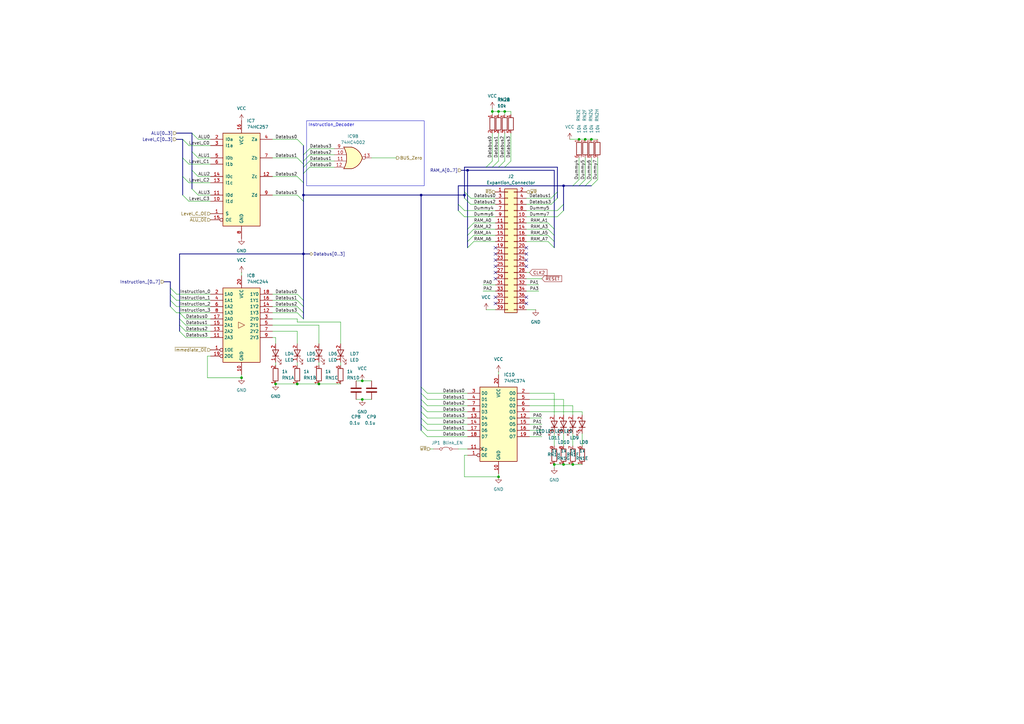
<source format=kicad_sch>
(kicad_sch (version 20231120) (generator "eeschema") (generator_version "8.0")
  (paper "A3")
  (title_block (title "HC4_CPU") (date "2025-03-31") (rev "1.3"))
  (lib_symbols
    (symbol "74xx_2:74HC244"
      (property "Reference" "IC" (at -7.62 16.51 0))
      (property "Value" "74HC244" (at -7.62 -16.51 0))
      (symbol "74HC244_1_0"
        (polyline (pts (xy 1.27 0) (xy -1.27 1.27) (xy -1.27 -1.27) (xy 1.27 0)) (stroke (width 0.1524)))
        (pin input inverted (at -12.7 -10.16 0) (length 5.08) (name "1OE") (number "1"))
        (pin power_in line (at 0 -20.32 90) (length 5.08) (name "GND") (number "10"))
        (pin input line (at -12.7 -5.08 0) (length 5.08) (name "2A3") (number "11"))
        (pin tri_state line (at 12.7 5.08 180) (length 5.08) (name "1Y3") (number "12"))
        (pin input line (at -12.7 -2.54 0) (length 5.08) (name "2A2") (number "13"))
        (pin tri_state line (at 12.7 7.62 180) (length 5.08) (name "1Y2") (number "14"))
        (pin input line (at -12.7 0 0) (length 5.08) (name "2A1") (number "15"))
        (pin tri_state line (at 12.7 10.16 180) (length 5.08) (name "1Y1") (number "16"))
        (pin input line (at -12.7 2.54 0) (length 5.08) (name "2A0") (number "17"))
        (pin tri_state line (at 12.7 12.7 180) (length 5.08) (name "1Y0") (number "18"))
        (pin input inverted (at -12.7 -12.7 0) (length 5.08) (name "2OE") (number "19"))
        (pin input line (at -12.7 12.7 0) (length 5.08) (name "1A0") (number "2"))
        (pin power_in line (at 0 20.32 270) (length 5.08) (name "VCC") (number "20"))
        (pin tri_state line (at 12.7 2.54 180) (length 5.08) (name "2Y0") (number "3"))
        (pin input line (at -12.7 10.16 0) (length 5.08) (name "1A1") (number "4"))
        (pin tri_state line (at 12.7 0 180) (length 5.08) (name "2Y1") (number "5"))
        (pin input line (at -12.7 7.62 0) (length 5.08) (name "1A2") (number "6"))
        (pin tri_state line (at 12.7 -2.54 180) (length 5.08) (name "2Y2") (number "7"))
        (pin input line (at -12.7 5.08 0) (length 5.08) (name "1A3") (number "8"))
        (pin tri_state line (at 12.7 -5.08 180) (length 5.08) (name "2Y3") (number "9"))
      )
      (symbol "74HC244_1_1"
        (rectangle (start -7.62 15.24) (end 7.62 -15.24) (stroke (width 0.254)) (fill (type background)))
      )
    )
    (symbol "74xx_2:74HC257" (pin_names (offset 1.016))
      (property "Reference" "IC" (at -7.62 19.05 0))
      (property "Value" "74HC257" (at -7.62 -21.59 0))
      (symbol "74HC257_1_0"
        (pin input line (at -12.7 -15.24 0) (length 5.08) (name "S") (number "1"))
        (pin input line (at -12.7 -10.16 0) (length 5.08) (name "I1d") (number "10"))
        (pin input line (at -12.7 -7.62 0) (length 5.08) (name "I0d") (number "11"))
        (pin tri_state line (at 12.7 0 180) (length 5.08) (name "Zc") (number "12"))
        (pin input line (at -12.7 -2.54 0) (length 5.08) (name "I1c") (number "13"))
        (pin input line (at -12.7 0 0) (length 5.08) (name "I0c") (number "14"))
        (pin input inverted (at -12.7 -17.78 0) (length 5.08) (name "OE") (number "15"))
        (pin power_in line (at 0 22.86 270) (length 5.08) (name "VCC") (number "16"))
        (pin input line (at -12.7 15.24 0) (length 5.08) (name "I0a") (number "2"))
        (pin input line (at -12.7 12.7 0) (length 5.08) (name "I1a") (number "3"))
        (pin tri_state line (at 12.7 15.24 180) (length 5.08) (name "Za") (number "4"))
        (pin input line (at -12.7 7.62 0) (length 5.08) (name "I0b") (number "5"))
        (pin input line (at -12.7 5.08 0) (length 5.08) (name "I1b") (number "6"))
        (pin tri_state line (at 12.7 7.62 180) (length 5.08) (name "Zb") (number "7"))
        (pin power_in line (at 0 -25.4 90) (length 5.08) (name "GND") (number "8"))
        (pin tri_state line (at 12.7 -7.62 180) (length 5.08) (name "Zd") (number "9"))
      )
      (symbol "74HC257_1_1"
        (rectangle (start -7.62 17.78) (end 7.62 -20.32) (stroke (width 0.254)) (fill (type background)))
      )
    )
    (symbol "74xx_2:74HC374"
      (property "Reference" "IC" (at -7.62 16.51 0))
      (property "Value" "74HC374" (at -7.62 -16.51 0))
      (symbol "74HC374_1_0"
        (pin input inverted (at -12.7 -12.7 0) (length 5.08) (name "OE") (number "1"))
        (pin power_in line (at 0 -20.32 90) (length 5.08) (name "GND") (number "10"))
        (pin input clock (at -12.7 -10.16 0) (length 5.08) (name "Cp") (number "11"))
        (pin tri_state line (at 12.7 2.54 180) (length 5.08) (name "O4") (number "12"))
        (pin input line (at -12.7 2.54 0) (length 5.08) (name "D4") (number "13"))
        (pin input line (at -12.7 0 0) (length 5.08) (name "D5") (number "14"))
        (pin tri_state line (at 12.7 0 180) (length 5.08) (name "O5") (number "15"))
        (pin tri_state line (at 12.7 -2.54 180) (length 5.08) (name "O6") (number "16"))
        (pin input line (at -12.7 -2.54 0) (length 5.08) (name "D6") (number "17"))
        (pin input line (at -12.7 -5.08 0) (length 5.08) (name "D7") (number "18"))
        (pin tri_state line (at 12.7 -5.08 180) (length 5.08) (name "O7") (number "19"))
        (pin tri_state line (at 12.7 12.7 180) (length 5.08) (name "O0") (number "2"))
        (pin power_in line (at 0 20.32 270) (length 5.08) (name "VCC") (number "20"))
        (pin input line (at -12.7 12.7 0) (length 5.08) (name "D0") (number "3"))
        (pin input line (at -12.7 10.16 0) (length 5.08) (name "D1") (number "4"))
        (pin tri_state line (at 12.7 10.16 180) (length 5.08) (name "O1") (number "5"))
        (pin tri_state line (at 12.7 7.62 180) (length 5.08) (name "O2") (number "6"))
        (pin input line (at -12.7 7.62 0) (length 5.08) (name "D2") (number "7"))
        (pin input line (at -12.7 5.08 0) (length 5.08) (name "D3") (number "8"))
        (pin tri_state line (at 12.7 5.08 180) (length 5.08) (name "O3") (number "9"))
      )
      (symbol "74HC374_1_1"
        (rectangle (start -7.62 15.24) (end 7.62 -15.24) (stroke (width 0.254)) (fill (type background)))
      )
    )
    (symbol "74xx_2:74HC4002" (pin_names (offset 1.016))
      (property "Reference" "IC" (at 0 1.27 0))
      (property "Value" "74HC4002" (at 0 -1.27 0))
      (symbol "74HC4002_1_1"
        (arc (start -3.81 -4.445) (mid -2.5908 0) (end -3.81 4.445) (stroke (width 0.254)))
        (arc (start -0.6096 -4.445) (mid 2.2246 -2.8422) (end 3.81 0) (stroke (width 0.254)) (fill (type background)))
        (polyline (pts (xy -3.81 -4.445) (xy -0.635 -4.445)) (stroke (width 0.254)) (fill (type background)))
        (polyline (pts (xy -3.81 4.445) (xy -0.635 4.445)) (stroke (width 0.254)) (fill (type background)))
        (polyline (pts (xy -0.635 4.445) (xy -3.81 4.445) (xy -3.81 4.445) (xy -3.6322 4.0894) (xy -3.0988 2.921) (xy -2.7686 1.6764) (xy -2.6162 0.4318) (xy -2.6416 -0.8636) (xy -2.8702 -2.1082) (xy -3.2512 -3.3274) (xy -3.81 -4.445) (xy -3.81 -4.445) (xy -0.635 -4.445)) (stroke (width -25.4)) (fill (type background)))
        (arc (start 3.81 0) (mid 2.2204 2.8379) (end -0.6096 4.445) (stroke (width 0.254)) (fill (type background)))
        (pin output inverted (at 7.62 0 180) (length 3.81) (name "~") (number "1"))
        (pin input line (at -7.62 3.81 0) (length 3.81) (name "~") (number "2"))
        (pin input line (at -7.62 1.27 0) (length 4.826) (name "~") (number "3"))
        (pin input line (at -7.62 -1.27 0) (length 4.826) (name "~") (number "4"))
        (pin input line (at -7.62 -3.81 0) (length 3.81) (name "~") (number "5"))
      )
      (symbol "74HC4002_1_2"
        (arc (start -0.635 -4.445) (mid 3.7907 0) (end -0.635 4.445) (stroke (width 0.254)) (fill (type background)))
        (polyline (pts (xy -0.635 4.445) (xy -3.81 4.445) (xy -3.81 -4.445) (xy -0.635 -4.445)) (stroke (width 0.254)) (fill (type background)))
        (pin output line (at 7.62 0 180) (length 3.81) (name "~") (number "1"))
        (pin input inverted (at -7.62 3.81 0) (length 3.81) (name "~") (number "2"))
        (pin input inverted (at -7.62 1.27 0) (length 3.81) (name "~") (number "3"))
        (pin input inverted (at -7.62 -1.27 0) (length 3.81) (name "~") (number "4"))
        (pin input inverted (at -7.62 -3.81 0) (length 3.81) (name "~") (number "5"))
      )
      (symbol "74HC4002_2_1"
        (arc (start -3.81 -4.445) (mid -2.5908 0) (end -3.81 4.445) (stroke (width 0.254)))
        (arc (start -0.6096 -4.445) (mid 2.2246 -2.8422) (end 3.81 0) (stroke (width 0.254)) (fill (type background)))
        (polyline (pts (xy -3.81 -4.445) (xy -0.635 -4.445)) (stroke (width 0.254)) (fill (type background)))
        (polyline (pts (xy -3.81 4.445) (xy -0.635 4.445)) (stroke (width 0.254)) (fill (type background)))
        (polyline (pts (xy -0.635 4.445) (xy -3.81 4.445) (xy -3.81 4.445) (xy -3.6322 4.0894) (xy -3.0988 2.921) (xy -2.7686 1.6764) (xy -2.6162 0.4318) (xy -2.6416 -0.8636) (xy -2.8702 -2.1082) (xy -3.2512 -3.3274) (xy -3.81 -4.445) (xy -3.81 -4.445) (xy -0.635 -4.445)) (stroke (width -25.4)) (fill (type background)))
        (arc (start 3.81 0) (mid 2.2204 2.8379) (end -0.6096 4.445) (stroke (width 0.254)) (fill (type background)))
        (pin input line (at -7.62 1.27 0) (length 4.826) (name "~") (number "10"))
        (pin input line (at -7.62 -1.27 0) (length 4.826) (name "~") (number "11"))
        (pin input line (at -7.62 -3.81 0) (length 3.81) (name "~") (number "12"))
        (pin output inverted (at 7.62 0 180) (length 3.81) (name "~") (number "13"))
        (pin input line (at -7.62 3.81 0) (length 3.81) (name "~") (number "9"))
      )
      (symbol "74HC4002_2_2"
        (arc (start -0.635 -4.445) (mid 3.7907 0) (end -0.635 4.445) (stroke (width 0.254)) (fill (type background)))
        (polyline (pts (xy -0.635 4.445) (xy -3.81 4.445) (xy -3.81 -4.445) (xy -0.635 -4.445)) (stroke (width 0.254)) (fill (type background)))
        (pin input inverted (at -7.62 1.27 0) (length 3.81) (name "~") (number "10"))
        (pin input inverted (at -7.62 -1.27 0) (length 3.81) (name "~") (number "11"))
        (pin input inverted (at -7.62 -3.81 0) (length 3.81) (name "~") (number "12"))
        (pin output line (at 7.62 0 180) (length 3.81) (name "~") (number "13"))
        (pin input inverted (at -7.62 3.81 0) (length 3.81) (name "~") (number "9"))
      )
      (symbol "74HC4002_3_0"
        (pin power_in line (at 0 12.7 270) (length 5.08) (name "VDD") (number "14"))
        (pin power_in line (at 0 -12.7 90) (length 5.08) (name "VSS") (number "7"))
      )
      (symbol "74HC4002_3_1"
        (rectangle (start -5.08 7.62) (end 5.08 -7.62) (stroke (width 0.254)) (fill (type background)))
      )
    )
    (symbol "Connector_Generic:Conn_02x20_Odd_Even" (pin_names (offset 1.016) hide)
      (property "Reference" "J" (at 1.27 25.4 0))
      (property "Value" "Conn_02x20_Odd_Even" (at 1.27 -27.94 0))
      (symbol "Conn_02x20_Odd_Even_1_1"
        (rectangle (start -1.27 -25.273) (end 0 -25.527) (stroke (width 0.1524)))
        (rectangle (start -1.27 -22.733) (end 0 -22.987) (stroke (width 0.1524)))
        (rectangle (start -1.27 -20.193) (end 0 -20.447) (stroke (width 0.1524)))
        (rectangle (start -1.27 -17.653) (end 0 -17.907) (stroke (width 0.1524)))
        (rectangle (start -1.27 -15.113) (end 0 -15.367) (stroke (width 0.1524)))
        (rectangle (start -1.27 -12.573) (end 0 -12.827) (stroke (width 0.1524)))
        (rectangle (start -1.27 -10.033) (end 0 -10.287) (stroke (width 0.1524)))
        (rectangle (start -1.27 -7.493) (end 0 -7.747) (stroke (width 0.1524)))
        (rectangle (start -1.27 -4.953) (end 0 -5.207) (stroke (width 0.1524)))
        (rectangle (start -1.27 -2.413) (end 0 -2.667) (stroke (width 0.1524)))
        (rectangle (start -1.27 0.127) (end 0 -0.127) (stroke (width 0.1524)))
        (rectangle (start -1.27 2.667) (end 0 2.413) (stroke (width 0.1524)))
        (rectangle (start -1.27 5.207) (end 0 4.953) (stroke (width 0.1524)))
        (rectangle (start -1.27 7.747) (end 0 7.493) (stroke (width 0.1524)))
        (rectangle (start -1.27 10.287) (end 0 10.033) (stroke (width 0.1524)))
        (rectangle (start -1.27 12.827) (end 0 12.573) (stroke (width 0.1524)))
        (rectangle (start -1.27 15.367) (end 0 15.113) (stroke (width 0.1524)))
        (rectangle (start -1.27 17.907) (end 0 17.653) (stroke (width 0.1524)))
        (rectangle (start -1.27 20.447) (end 0 20.193) (stroke (width 0.1524)))
        (rectangle (start -1.27 22.987) (end 0 22.733) (stroke (width 0.1524)))
        (rectangle (start -1.27 24.13) (end 3.81 -26.67) (stroke (width 0.254)) (fill (type background)))
        (rectangle (start 3.81 -25.273) (end 2.54 -25.527) (stroke (width 0.1524)))
        (rectangle (start 3.81 -22.733) (end 2.54 -22.987) (stroke (width 0.1524)))
        (rectangle (start 3.81 -20.193) (end 2.54 -20.447) (stroke (width 0.1524)))
        (rectangle (start 3.81 -17.653) (end 2.54 -17.907) (stroke (width 0.1524)))
        (rectangle (start 3.81 -15.113) (end 2.54 -15.367) (stroke (width 0.1524)))
        (rectangle (start 3.81 -12.573) (end 2.54 -12.827) (stroke (width 0.1524)))
        (rectangle (start 3.81 -10.033) (end 2.54 -10.287) (stroke (width 0.1524)))
        (rectangle (start 3.81 -7.493) (end 2.54 -7.747) (stroke (width 0.1524)))
        (rectangle (start 3.81 -4.953) (end 2.54 -5.207) (stroke (width 0.1524)))
        (rectangle (start 3.81 -2.413) (end 2.54 -2.667) (stroke (width 0.1524)))
        (rectangle (start 3.81 0.127) (end 2.54 -0.127) (stroke (width 0.1524)))
        (rectangle (start 3.81 2.667) (end 2.54 2.413) (stroke (width 0.1524)))
        (rectangle (start 3.81 5.207) (end 2.54 4.953) (stroke (width 0.1524)))
        (rectangle (start 3.81 7.747) (end 2.54 7.493) (stroke (width 0.1524)))
        (rectangle (start 3.81 10.287) (end 2.54 10.033) (stroke (width 0.1524)))
        (rectangle (start 3.81 12.827) (end 2.54 12.573) (stroke (width 0.1524)))
        (rectangle (start 3.81 15.367) (end 2.54 15.113) (stroke (width 0.1524)))
        (rectangle (start 3.81 17.907) (end 2.54 17.653) (stroke (width 0.1524)))
        (rectangle (start 3.81 20.447) (end 2.54 20.193) (stroke (width 0.1524)))
        (rectangle (start 3.81 22.987) (end 2.54 22.733) (stroke (width 0.1524)))
        (pin passive line (at -5.08 22.86 0) (length 3.81) (name "Pin_1") (number "1"))
        (pin passive line (at 7.62 12.7 180) (length 3.81) (name "Pin_10") (number "10"))
        (pin passive line (at -5.08 10.16 0) (length 3.81) (name "Pin_11") (number "11"))
        (pin passive line (at 7.62 10.16 180) (length 3.81) (name "Pin_12") (number "12"))
        (pin passive line (at -5.08 7.62 0) (length 3.81) (name "Pin_13") (number "13"))
        (pin passive line (at 7.62 7.62 180) (length 3.81) (name "Pin_14") (number "14"))
        (pin passive line (at -5.08 5.08 0) (length 3.81) (name "Pin_15") (number "15"))
        (pin passive line (at 7.62 5.08 180) (length 3.81) (name "Pin_16") (number "16"))
        (pin passive line (at -5.08 2.54 0) (length 3.81) (name "Pin_17") (number "17"))
        (pin passive line (at 7.62 2.54 180) (length 3.81) (name "Pin_18") (number "18"))
        (pin passive line (at -5.08 0 0) (length 3.81) (name "Pin_19") (number "19"))
        (pin passive line (at 7.62 22.86 180) (length 3.81) (name "Pin_2") (number "2"))
        (pin passive line (at 7.62 0 180) (length 3.81) (name "Pin_20") (number "20"))
        (pin passive line (at -5.08 -2.54 0) (length 3.81) (name "Pin_21") (number "21"))
        (pin passive line (at 7.62 -2.54 180) (length 3.81) (name "Pin_22") (number "22"))
        (pin passive line (at -5.08 -5.08 0) (length 3.81) (name "Pin_23") (number "23"))
        (pin passive line (at 7.62 -5.08 180) (length 3.81) (name "Pin_24") (number "24"))
        (pin passive line (at -5.08 -7.62 0) (length 3.81) (name "Pin_25") (number "25"))
        (pin passive line (at 7.62 -7.62 180) (length 3.81) (name "Pin_26") (number "26"))
        (pin passive line (at -5.08 -10.16 0) (length 3.81) (name "Pin_27") (number "27"))
        (pin passive line (at 7.62 -10.16 180) (length 3.81) (name "Pin_28") (number "28"))
        (pin passive line (at -5.08 -12.7 0) (length 3.81) (name "Pin_29") (number "29"))
        (pin passive line (at -5.08 20.32 0) (length 3.81) (name "Pin_3") (number "3"))
        (pin passive line (at 7.62 -12.7 180) (length 3.81) (name "Pin_30") (number "30"))
        (pin passive line (at -5.08 -15.24 0) (length 3.81) (name "Pin_31") (number "31"))
        (pin passive line (at 7.62 -15.24 180) (length 3.81) (name "Pin_32") (number "32"))
        (pin passive line (at -5.08 -17.78 0) (length 3.81) (name "Pin_33") (number "33"))
        (pin passive line (at 7.62 -17.78 180) (length 3.81) (name "Pin_34") (number "34"))
        (pin passive line (at -5.08 -20.32 0) (length 3.81) (name "Pin_35") (number "35"))
        (pin passive line (at 7.62 -20.32 180) (length 3.81) (name "Pin_36") (number "36"))
        (pin passive line (at -5.08 -22.86 0) (length 3.81) (name "Pin_37") (number "37"))
        (pin passive line (at 7.62 -22.86 180) (length 3.81) (name "Pin_38") (number "38"))
        (pin passive line (at -5.08 -25.4 0) (length 3.81) (name "Pin_39") (number "39"))
        (pin passive line (at 7.62 20.32 180) (length 3.81) (name "Pin_4") (number "4"))
        (pin passive line (at 7.62 -25.4 180) (length 3.81) (name "Pin_40") (number "40"))
        (pin passive line (at -5.08 17.78 0) (length 3.81) (name "Pin_5") (number "5"))
        (pin passive line (at 7.62 17.78 180) (length 3.81) (name "Pin_6") (number "6"))
        (pin passive line (at -5.08 15.24 0) (length 3.81) (name "Pin_7") (number "7"))
        (pin passive line (at 7.62 15.24 180) (length 3.81) (name "Pin_8") (number "8"))
        (pin passive line (at -5.08 12.7 0) (length 3.81) (name "Pin_9") (number "9"))
      )
    )
    (symbol "Device2:C_Bypass" (pin_numbers hide) (pin_names (offset 0.254))
      (property "Reference" "CP" (at 0.635 2.54 0))
      (property "Value" "C_Byp" (at 0.635 -2.54 0))
      (symbol "C_Bypass_0_1"
        (polyline (pts (xy -2.032 -0.762) (xy 2.032 -0.762)) (stroke (width 0.508)))
        (polyline (pts (xy -2.032 0.762) (xy 2.032 0.762)) (stroke (width 0.508)))
      )
      (symbol "C_Bypass_1_1"
        (pin passive line (at 0 3.81 270) (length 2.794) (name "~") (number "1"))
        (pin passive line (at 0 -3.81 90) (length 2.794) (name "~") (number "2"))
      )
    )
    (symbol "Device2:LED_"
      (property "Reference" "LD" (at 0 2.54 0))
      (symbol "LED__0_1"
        (polyline (pts (xy -1.27 -1.27) (xy -1.27 1.27)) (stroke (width 0.254)))
        (polyline (pts (xy -1.27 0) (xy 1.27 0)))
        (polyline (pts (xy 1.27 -1.27) (xy 1.27 1.27) (xy -1.27 0) (xy 1.27 -1.27)) (stroke (width 0.254)))
        (polyline (pts (xy -3.048 -0.762) (xy -4.572 -2.286) (xy -3.81 -2.286) (xy -4.572 -2.286) (xy -4.572 -1.524)))
        (polyline (pts (xy -1.778 -0.762) (xy -3.302 -2.286) (xy -2.54 -2.286) (xy -3.302 -2.286) (xy -3.302 -1.524)))
      )
      (symbol "LED__1_1"
        (pin passive line (at -3.81 0 0) (length 2.54) (name "K") (number "1"))
        (pin passive line (at 3.81 0 180) (length 2.54) (name "") (number "2"))
      )
    )
    (symbol "Device:R_Network08_Split" (pin_names (offset 0) hide)
      (property "Reference" "RN" (at 2.032 0 90))
      (property "Value" "R_Network08_Split" (at 0 0 90))
      (symbol "R_Network08_Split_0_1"
        (rectangle (start 1.016 2.54) (end -1.016 -2.54) (stroke (width 0.254)))
        (pin passive line (at 0 3.81 270) (length 1.27) (name "R1") (number "1"))
      )
      (symbol "R_Network08_Split_1_1"
        (pin passive line (at 0 -3.81 90) (length 1.27) (name "R1.2") (number "2"))
      )
      (symbol "R_Network08_Split_2_1"
        (pin passive line (at 0 -3.81 90) (length 1.27) (name "R2.2") (number "3"))
      )
      (symbol "R_Network08_Split_3_1"
        (pin passive line (at 0 -3.81 90) (length 1.27) (name "R3.2") (number "4"))
      )
      (symbol "R_Network08_Split_4_1"
        (pin passive line (at 0 -3.81 90) (length 1.27) (name "R4.2") (number "5"))
      )
      (symbol "R_Network08_Split_5_1"
        (pin passive line (at 0 -3.81 90) (length 1.27) (name "R5.2") (number "6"))
      )
      (symbol "R_Network08_Split_6_1"
        (pin passive line (at 0 -3.81 90) (length 1.27) (name "R6.2") (number "7"))
      )
      (symbol "R_Network08_Split_7_1"
        (pin passive line (at 0 -3.81 90) (length 1.27) (name "R7.2") (number "8"))
      )
      (symbol "R_Network08_Split_8_1"
        (pin passive line (at 0 -3.81 90) (length 1.27) (name "R8.2") (number "9"))
      )
    )
    (symbol "Jumper:Jumper_2_Bridged" (pin_numbers hide) (pin_names (offset 0) hide) (exclude_from_sim yes)
      (property "Reference" "JP" (at 0 1.905 0))
      (property "Value" "Jumper_2_Bridged" (at 0 -2.54 0))
      (symbol "Jumper_2_Bridged_0_0"
        (circle (center -2.032 0) (radius 0.508))
        (circle (center 2.032 0) (radius 0.508))
      )
      (symbol "Jumper_2_Bridged_0_1"
        (arc (start 1.524 0.254) (mid 0 0.762) (end -1.524 0.254))
      )
      (symbol "Jumper_2_Bridged_1_1"
        (pin passive line (at -5.08 0 0) (length 2.54) (name "A") (number "1"))
        (pin passive line (at 5.08 0 180) (length 2.54) (name "B") (number "2"))
      )
    )
    (symbol "power:GND" (power) (pin_numbers hide) (pin_names (offset 0) hide)
      (property "Value" "GND" (at 0 -3.81 0))
      (symbol "GND_0_1"
        (polyline (pts (xy 0 0) (xy 0 -1.27) (xy 1.27 -1.27) (xy 0 -2.54) (xy -1.27 -1.27) (xy 0 -1.27)))
      )
      (symbol "GND_1_1"
        (pin power_in line (at 0 0 270) (length 0) (name "~") (number "1"))
      )
    )
    (symbol "power:VCC" (power) (pin_numbers hide) (pin_names (offset 0) hide)
      (property "Value" "VCC" (at 0 3.556 0))
      (symbol "VCC_0_1"
        (polyline (pts (xy -0.762 1.27) (xy 0 2.54)))
        (polyline (pts (xy 0 0) (xy 0 2.54)))
        (polyline (pts (xy 0 2.54) (xy 0.762 1.27)))
      )
      (symbol "VCC_1_1"
        (pin power_in line (at 0 0 90) (length 0) (name "~") (number "1"))
      )
    )
  )
  (junction (at 242.57 57.15))
  (junction (at 172.72 80.01))
  (junction (at 124.46 104.14))
  (junction (at 231.14 76.2))
  (junction (at 204.47 195.58))
  (junction (at 121.92 157.48))
  (junction (at 148.59 163.83))
  (junction (at 227.33 190.5))
  (junction (at 99.06 154.94))
  (junction (at 234.95 190.5))
  (junction (at 190.5 80.01))
  (junction (at 191.77 69.85))
  (junction (at 240.03 57.15))
  (junction (at 148.59 156.21))
  (junction (at 113.03 157.48))
  (junction (at 237.49 57.15))
  (junction (at 130.81 157.48))
  (junction (at 124.46 80.01))
  (junction (at 231.14 190.5))
  (junction (at 207.01 45.72))
  (junction (at 201.93 45.72))
  (junction (at 204.47 45.72))
  (no_connect (at 203.2 114.3))
  (no_connect (at 203.2 104.14))
  (no_connect (at 215.9 101.6))
  (no_connect (at 203.2 106.68))
  (no_connect (at 203.2 101.6))
  (no_connect (at 215.9 104.14))
  (no_connect (at 203.2 111.76))
  (no_connect (at 215.9 124.46))
  (no_connect (at 215.9 121.92))
  (no_connect (at 203.2 124.46))
  (no_connect (at 215.9 106.68))
  (no_connect (at 215.9 109.22))
  (no_connect (at 203.2 121.92))
  (no_connect (at 203.2 109.22))
  (bus_entry (at 172.72 176.53) (size 2.54 2.54))
  (bus_entry (at 228.6 81.28) (size -2.54 2.54))
  (bus_entry (at 127 60.96) (size -2.54 2.54))
  (bus_entry (at 172.72 166.37) (size 2.54 2.54))
  (bus_entry (at 172.72 168.91) (size 2.54 2.54))
  (bus_entry (at 127 66.04) (size -2.54 2.54))
  (bus_entry (at 190.5 81.28) (size 2.54 2.54))
  (bus_entry (at 227.33 93.98) (size -2.54 -2.54))
  (bus_entry (at 172.72 171.45) (size 2.54 2.54))
  (bus_entry (at 78.74 69.85) (size 2.54 2.54))
  (bus_entry (at 234.95 76.2) (size 2.54 -2.54))
  (bus_entry (at 74.93 80.01) (size 2.54 2.54))
  (bus_entry (at 121.92 72.39) (size 2.54 2.54))
  (bus_entry (at 127 63.5) (size -2.54 2.54))
  (bus_entry (at 78.74 77.47) (size 2.54 2.54))
  (bus_entry (at 121.92 128.27) (size 2.54 2.54))
  (bus_entry (at 69.85 125.73) (size 2.54 2.54))
  (bus_entry (at 69.85 123.19) (size 2.54 2.54))
  (bus_entry (at 76.2 133.35) (size -2.54 -2.54))
  (bus_entry (at 227.33 101.6) (size -2.54 -2.54))
  (bus_entry (at 127 68.58) (size -2.54 2.54))
  (bus_entry (at 121.92 57.15) (size 2.54 2.54))
  (bus_entry (at 78.74 54.61) (size 2.54 2.54))
  (bus_entry (at 121.92 64.77) (size 2.54 2.54))
  (bus_entry (at 121.92 125.73) (size 2.54 2.54))
  (bus_entry (at 78.74 62.23) (size 2.54 2.54))
  (bus_entry (at 201.93 68.58) (size 2.54 -2.54))
  (bus_entry (at 191.77 96.52) (size 2.54 -2.54))
  (bus_entry (at 187.96 86.36) (size 2.54 2.54))
  (bus_entry (at 172.72 161.29) (size 2.54 2.54))
  (bus_entry (at 69.85 120.65) (size 2.54 2.54))
  (bus_entry (at 74.93 57.15) (size 2.54 2.54))
  (bus_entry (at 76.2 138.43) (size -2.54 -2.54))
  (bus_entry (at 199.39 68.58) (size 2.54 -2.54))
  (bus_entry (at 240.03 76.2) (size 2.54 -2.54))
  (bus_entry (at 121.92 80.01) (size 2.54 2.54))
  (bus_entry (at 121.92 120.65) (size 2.54 2.54))
  (bus_entry (at 73.66 128.27) (size 2.54 2.54))
  (bus_entry (at 228.6 78.74) (size -2.54 2.54))
  (bus_entry (at 172.72 163.83) (size 2.54 2.54))
  (bus_entry (at 207.01 68.58) (size 2.54 -2.54))
  (bus_entry (at 204.47 68.58) (size 2.54 -2.54))
  (bus_entry (at 172.72 173.99) (size 2.54 2.54))
  (bus_entry (at 121.92 123.19) (size 2.54 2.54))
  (bus_entry (at 187.96 83.82) (size 2.54 2.54))
  (bus_entry (at 228.6 86.36) (size 2.54 -2.54))
  (bus_entry (at 191.77 93.98) (size 2.54 -2.54))
  (bus_entry (at 227.33 99.06) (size -2.54 -2.54))
  (bus_entry (at 227.33 96.52) (size -2.54 -2.54))
  (bus_entry (at 76.2 135.89) (size -2.54 -2.54))
  (bus_entry (at 74.93 64.77) (size 2.54 2.54))
  (bus_entry (at 69.85 118.11) (size 2.54 2.54))
  (bus_entry (at 190.5 78.74) (size 2.54 2.54))
  (bus_entry (at 191.77 99.06) (size 2.54 -2.54))
  (bus_entry (at 194.31 99.06) (size -2.54 2.54))
  (bus_entry (at 228.6 88.9) (size 2.54 -2.54))
  (bus_entry (at 172.72 158.75) (size 2.54 2.54))
  (bus_entry (at 242.57 76.2) (size 2.54 -2.54))
  (bus_entry (at 74.93 72.39) (size 2.54 2.54))
  (bus_entry (at 237.49 76.2) (size 2.54 -2.54))
  (wire (pts (xy 217.17 173.99) (xy 222.25 173.99)))
  (bus (pts (xy 172.72 168.91) (xy 172.72 171.45)))
  (wire (pts (xy 86.36 146.05) (xy 85.09 146.05)))
  (wire (pts (xy 237.49 57.15) (xy 240.03 57.15)))
  (wire (pts (xy 152.4 64.77) (xy 162.56 64.77)))
  (bus (pts (xy 187.96 83.82) (xy 187.96 86.36)))
  (wire (pts (xy 99.06 154.94) (xy 99.06 153.67)))
  (bus (pts (xy 124.46 71.12) (xy 124.46 74.93)))
  (bus (pts (xy 72.39 57.15) (xy 74.93 57.15)))
  (wire (pts (xy 194.31 99.06) (xy 203.2 99.06)))
  (wire (pts (xy 201.93 45.72) (xy 201.93 46.99)))
  (wire (pts (xy 245.11 64.77) (xy 245.11 73.66)))
  (bus (pts (xy 191.77 69.85) (xy 227.33 69.85)))
  (wire (pts (xy 137.16 63.5) (xy 127 63.5)))
  (wire (pts (xy 176.53 184.15) (xy 177.8 184.15)))
  (bus (pts (xy 231.14 76.2) (xy 187.96 76.2)))
  (bus (pts (xy 191.77 99.06) (xy 191.77 96.52)))
  (bus (pts (xy 74.93 64.77) (xy 74.93 57.15)))
  (wire (pts (xy 203.2 86.36) (xy 190.5 86.36)))
  (wire (pts (xy 191.77 186.69) (xy 190.5 186.69)))
  (wire (pts (xy 86.36 59.69) (xy 77.47 59.69)))
  (bus (pts (xy 124.46 67.31) (xy 124.46 68.58)))
  (wire (pts (xy 111.76 64.77) (xy 121.92 64.77)))
  (wire (pts (xy 146.05 163.83) (xy 148.59 163.83)))
  (bus (pts (xy 199.39 68.58) (xy 201.93 68.58)))
  (wire (pts (xy 190.5 195.58) (xy 204.47 195.58)))
  (wire (pts (xy 148.59 156.21) (xy 152.4 156.21)))
  (wire (pts (xy 217.17 161.29) (xy 227.33 161.29)))
  (wire (pts (xy 231.14 177.8) (xy 231.14 182.88)))
  (wire (pts (xy 217.17 163.83) (xy 231.14 163.83)))
  (wire (pts (xy 227.33 190.5) (xy 227.33 191.77)))
  (bus (pts (xy 227.33 93.98) (xy 227.33 96.52)))
  (wire (pts (xy 193.04 83.82) (xy 203.2 83.82)))
  (wire (pts (xy 111.76 80.01) (xy 121.92 80.01)))
  (bus (pts (xy 240.03 76.2) (xy 242.57 76.2)))
  (wire (pts (xy 72.39 123.19) (xy 86.36 123.19)))
  (bus (pts (xy 124.46 104.14) (xy 127 104.14)))
  (wire (pts (xy 86.36 135.89) (xy 76.2 135.89)))
  (wire (pts (xy 175.26 176.53) (xy 191.77 176.53)))
  (bus (pts (xy 124.46 82.55) (xy 124.46 104.14)))
  (bus (pts (xy 69.85 120.65) (xy 69.85 118.11)))
  (bus (pts (xy 191.77 99.06) (xy 191.77 101.6)))
  (wire (pts (xy 111.76 125.73) (xy 121.92 125.73)))
  (wire (pts (xy 76.2 130.81) (xy 86.36 130.81)))
  (wire (pts (xy 231.14 163.83) (xy 231.14 170.18)))
  (bus (pts (xy 73.66 104.14) (xy 124.46 104.14)))
  (wire (pts (xy 175.26 168.91) (xy 191.77 168.91)))
  (bus (pts (xy 227.33 69.85) (xy 227.33 93.98)))
  (wire (pts (xy 139.7 132.08) (xy 139.7 140.97)))
  (wire (pts (xy 111.76 123.19) (xy 121.92 123.19)))
  (wire (pts (xy 72.39 128.27) (xy 73.66 128.27)))
  (wire (pts (xy 121.92 132.08) (xy 139.7 132.08)))
  (wire (pts (xy 194.31 96.52) (xy 203.2 96.52)))
  (wire (pts (xy 111.76 57.15) (xy 121.92 57.15)))
  (wire (pts (xy 238.76 177.8) (xy 238.76 182.88)))
  (wire (pts (xy 175.26 173.99) (xy 191.77 173.99)))
  (wire (pts (xy 85.09 154.94) (xy 99.06 154.94)))
  (wire (pts (xy 217.17 179.07) (xy 222.25 179.07)))
  (wire (pts (xy 86.36 74.93) (xy 77.47 74.93)))
  (wire (pts (xy 217.17 168.91) (xy 238.76 168.91)))
  (wire (pts (xy 194.31 93.98) (xy 203.2 93.98)))
  (wire (pts (xy 175.26 171.45) (xy 191.77 171.45)))
  (bus (pts (xy 172.72 80.01) (xy 190.5 80.01)))
  (bus (pts (xy 231.14 76.2) (xy 234.95 76.2)))
  (bus (pts (xy 73.66 130.81) (xy 73.66 128.27)))
  (bus (pts (xy 78.74 54.61) (xy 78.74 62.23)))
  (wire (pts (xy 130.81 133.35) (xy 130.81 140.97)))
  (wire (pts (xy 215.9 116.84) (xy 220.98 116.84)))
  (wire (pts (xy 207.01 45.72) (xy 207.01 46.99)))
  (wire (pts (xy 204.47 45.72) (xy 204.47 46.99)))
  (bus (pts (xy 74.93 72.39) (xy 74.93 64.77)))
  (wire (pts (xy 113.03 140.97) (xy 113.03 138.43)))
  (bus (pts (xy 172.72 173.99) (xy 172.72 176.53)))
  (bus (pts (xy 237.49 76.2) (xy 240.03 76.2)))
  (wire (pts (xy 81.28 72.39) (xy 86.36 72.39)))
  (wire (pts (xy 187.96 184.15) (xy 191.77 184.15)))
  (bus (pts (xy 228.6 78.74) (xy 228.6 81.28)))
  (wire (pts (xy 86.36 138.43) (xy 76.2 138.43)))
  (wire (pts (xy 137.16 68.58) (xy 127 68.58)))
  (wire (pts (xy 139.7 149.86) (xy 139.7 148.59)))
  (wire (pts (xy 137.16 66.04) (xy 127 66.04)))
  (bus (pts (xy 172.72 161.29) (xy 172.72 163.83)))
  (bus (pts (xy 227.33 99.06) (xy 227.33 101.6)))
  (wire (pts (xy 175.26 163.83) (xy 191.77 163.83)))
  (wire (pts (xy 233.68 57.15) (xy 237.49 57.15)))
  (wire (pts (xy 175.26 179.07) (xy 191.77 179.07)))
  (wire (pts (xy 86.36 67.31) (xy 77.47 67.31)))
  (bus (pts (xy 124.46 104.14) (xy 124.46 123.19)))
  (wire (pts (xy 240.03 57.15) (xy 242.57 57.15)))
  (wire (pts (xy 215.9 114.3) (xy 222.25 114.3)))
  (bus (pts (xy 234.95 76.2) (xy 237.49 76.2)))
  (wire (pts (xy 234.95 177.8) (xy 234.95 182.88)))
  (wire (pts (xy 121.92 130.81) (xy 121.92 132.08)))
  (wire (pts (xy 72.39 125.73) (xy 86.36 125.73)))
  (wire (pts (xy 203.2 119.38) (xy 198.12 119.38)))
  (wire (pts (xy 204.47 152.4) (xy 204.47 153.67)))
  (bus (pts (xy 124.46 80.01) (xy 124.46 74.93)))
  (wire (pts (xy 146.05 156.21) (xy 148.59 156.21)))
  (bus (pts (xy 231.14 83.82) (xy 231.14 86.36)))
  (bus (pts (xy 190.5 68.58) (xy 190.5 78.74)))
  (bus (pts (xy 201.93 68.58) (xy 204.47 68.58)))
  (wire (pts (xy 238.76 168.91) (xy 238.76 170.18)))
  (bus (pts (xy 69.85 118.11) (xy 69.85 115.57)))
  (wire (pts (xy 217.17 111.76) (xy 215.9 111.76)))
  (wire (pts (xy 207.01 54.61) (xy 207.01 66.04)))
  (wire (pts (xy 215.9 99.06) (xy 224.79 99.06)))
  (wire (pts (xy 224.79 93.98) (xy 215.9 93.98)))
  (wire (pts (xy 86.36 133.35) (xy 76.2 133.35)))
  (wire (pts (xy 175.26 166.37) (xy 191.77 166.37)))
  (wire (pts (xy 215.9 86.36) (xy 228.6 86.36)))
  (wire (pts (xy 207.01 45.72) (xy 209.55 45.72)))
  (wire (pts (xy 130.81 157.48) (xy 139.7 157.48)))
  (wire (pts (xy 130.81 149.86) (xy 130.81 148.59)))
  (wire (pts (xy 209.55 54.61) (xy 209.55 66.04)))
  (bus (pts (xy 172.72 80.01) (xy 172.72 158.75)))
  (wire (pts (xy 81.28 64.77) (xy 86.36 64.77)))
  (wire (pts (xy 227.33 161.29) (xy 227.33 170.18)))
  (wire (pts (xy 81.28 80.01) (xy 86.36 80.01)))
  (wire (pts (xy 121.92 149.86) (xy 121.92 148.59)))
  (wire (pts (xy 217.17 176.53) (xy 222.25 176.53)))
  (wire (pts (xy 201.93 45.72) (xy 204.47 45.72)))
  (bus (pts (xy 231.14 76.2) (xy 231.14 83.82)))
  (wire (pts (xy 199.39 127) (xy 203.2 127)))
  (wire (pts (xy 234.95 166.37) (xy 234.95 170.18)))
  (bus (pts (xy 191.77 69.85) (xy 191.77 93.98)))
  (bus (pts (xy 204.47 68.58) (xy 207.01 68.58)))
  (wire (pts (xy 224.79 91.44) (xy 215.9 91.44)))
  (bus (pts (xy 187.96 76.2) (xy 187.96 83.82)))
  (bus (pts (xy 73.66 135.89) (xy 73.66 133.35)))
  (bus (pts (xy 78.74 62.23) (xy 78.74 69.85)))
  (bus (pts (xy 189.23 69.85) (xy 191.77 69.85)))
  (wire (pts (xy 113.03 138.43) (xy 111.76 138.43)))
  (wire (pts (xy 190.5 186.69) (xy 190.5 195.58)))
  (wire (pts (xy 217.17 166.37) (xy 234.95 166.37)))
  (bus (pts (xy 78.74 54.61) (xy 72.39 54.61)))
  (wire (pts (xy 194.31 91.44) (xy 203.2 91.44)))
  (wire (pts (xy 242.57 57.15) (xy 245.11 57.15)))
  (bus (pts (xy 69.85 125.73) (xy 69.85 123.19)))
  (wire (pts (xy 224.79 96.52) (xy 215.9 96.52)))
  (bus (pts (xy 207.01 68.58) (xy 228.6 68.58)))
  (wire (pts (xy 237.49 64.77) (xy 237.49 73.66)))
  (wire (pts (xy 113.03 157.48) (xy 121.92 157.48)))
  (wire (pts (xy 201.93 54.61) (xy 201.93 66.04)))
  (bus (pts (xy 78.74 69.85) (xy 78.74 77.47)))
  (bus (pts (xy 228.6 68.58) (xy 228.6 78.74)))
  (wire (pts (xy 72.39 120.65) (xy 86.36 120.65)))
  (wire (pts (xy 203.2 116.84) (xy 198.12 116.84)))
  (bus (pts (xy 191.77 96.52) (xy 191.77 93.98)))
  (wire (pts (xy 231.14 190.5) (xy 234.95 190.5)))
  (wire (pts (xy 111.76 135.89) (xy 121.92 135.89)))
  (bus (pts (xy 190.5 80.01) (xy 190.5 81.28)))
  (wire (pts (xy 111.76 72.39) (xy 121.92 72.39)))
  (bus (pts (xy 227.33 96.52) (xy 227.33 99.06)))
  (wire (pts (xy 193.04 81.28) (xy 203.2 81.28)))
  (wire (pts (xy 204.47 195.58) (xy 204.47 194.31)))
  (wire (pts (xy 240.03 64.77) (xy 240.03 73.66)))
  (wire (pts (xy 113.03 149.86) (xy 113.03 148.59)))
  (wire (pts (xy 86.36 82.55) (xy 77.47 82.55)))
  (wire (pts (xy 111.76 133.35) (xy 130.81 133.35)))
  (bus (pts (xy 73.66 133.35) (xy 73.66 130.81)))
  (wire (pts (xy 209.55 45.72) (xy 209.55 46.99)))
  (bus (pts (xy 69.85 123.19) (xy 69.85 120.65)))
  (wire (pts (xy 242.57 64.77) (xy 242.57 73.66)))
  (bus (pts (xy 190.5 68.58) (xy 199.39 68.58)))
  (wire (pts (xy 204.47 54.61) (xy 204.47 66.04)))
  (wire (pts (xy 175.26 161.29) (xy 191.77 161.29)))
  (wire (pts (xy 121.92 157.48) (xy 130.81 157.48)))
  (bus (pts (xy 74.93 80.01) (xy 74.93 72.39)))
  (wire (pts (xy 85.09 146.05) (xy 85.09 154.94)))
  (bus (pts (xy 172.72 158.75) (xy 172.72 161.29)))
  (bus (pts (xy 124.46 125.73) (xy 124.46 128.27)))
  (wire (pts (xy 203.2 88.9) (xy 190.5 88.9)))
  (wire (pts (xy 215.9 88.9) (xy 228.6 88.9)))
  (wire (pts (xy 234.95 190.5) (xy 238.76 190.5)))
  (wire (pts (xy 121.92 135.89) (xy 121.92 140.97)))
  (bus (pts (xy 69.85 115.57) (xy 67.31 115.57)))
  (bus (pts (xy 124.46 128.27) (xy 124.46 130.81)))
  (wire (pts (xy 111.76 130.81) (xy 121.92 130.81)))
  (wire (pts (xy 227.33 177.8) (xy 227.33 182.88)))
  (wire (pts (xy 81.28 57.15) (xy 86.36 57.15)))
  (bus (pts (xy 124.46 66.04) (xy 124.46 67.31)))
  (bus (pts (xy 124.46 123.19) (xy 124.46 125.73)))
  (bus (pts (xy 172.72 171.45) (xy 172.72 173.99)))
  (bus (pts (xy 190.5 78.74) (xy 190.5 80.01)))
  (wire (pts (xy 215.9 81.28) (xy 226.06 81.28)))
  (wire (pts (xy 111.76 120.65) (xy 121.92 120.65)))
  (wire (pts (xy 215.9 119.38) (xy 220.98 119.38)))
  (wire (pts (xy 201.93 44.45) (xy 201.93 45.72)))
  (bus (pts (xy 124.46 80.01) (xy 172.72 80.01)))
  (wire (pts (xy 227.33 190.5) (xy 231.14 190.5)))
  (wire (pts (xy 204.47 45.72) (xy 207.01 45.72)))
  (wire (pts (xy 215.9 127) (xy 219.71 127)))
  (bus (pts (xy 172.72 163.83) (xy 172.72 166.37)))
  (bus (pts (xy 124.46 68.58) (xy 124.46 71.12)))
  (wire (pts (xy 215.9 83.82) (xy 226.06 83.82)))
  (wire (pts (xy 99.06 111.76) (xy 99.06 113.03)))
  (wire (pts (xy 73.66 128.27) (xy 86.36 128.27)))
  (wire (pts (xy 111.76 128.27) (xy 121.92 128.27)))
  (bus (pts (xy 73.66 128.27) (xy 73.66 104.14)))
  (bus (pts (xy 172.72 166.37) (xy 172.72 168.91)))
  (wire (pts (xy 137.16 60.96) (xy 127 60.96)))
  (bus (pts (xy 124.46 80.01) (xy 124.46 82.55)))
  (wire (pts (xy 148.59 163.83) (xy 152.4 163.83)))
  (wire (pts (xy 217.17 171.45) (xy 222.25 171.45)))
  (bus (pts (xy 124.46 63.5) (xy 124.46 66.04)))
  (bus (pts (xy 124.46 59.69) (xy 124.46 63.5)))
  (rectangle (start 125.73 49.53) (end 173.99 76.2))
  (text "Instruction_Decoder" (at 135.89 51.308 0) (effects (font (size 1.27 1.27))))
  (label "ALU0" (at 81.28 57.15 0))
  (label "Databus1" (at 121.92 123.19 180))
  (label "PA0" (at 222.25 171.45 180))
  (label "Databus1" (at 76.2 133.35 0))
  (label "Dummy5" (at 217.17 86.36 0))
  (label "Level_C0" (at 77.47 59.69 0))
  (label "Dummy7" (at 245.11 73.66 90))
  (label "Databus3" (at 127 60.96 0))
  (label "Databus1" (at 127 66.04 0))
  (label "Databus2" (at 207.01 64.77 90))
  (label "Dummy5" (at 240.03 73.66 90))
  (label "Databus0" (at 76.2 130.81 0))
  (label "Databus2" (at 121.92 72.39 180))
  (label "PA1" (at 222.25 173.99 180))
  (label "Databus3" (at 209.55 64.77 90))
  (label "Databus3" (at 121.92 128.27 180))
  (label "Databus3" (at 76.2 138.43 0))
  (label "PA2" (at 198.12 119.38 0))
  (label "PA2" (at 222.25 176.53 180))
  (label "Databus1" (at 181.61 163.83 0))
  (label "Dummy7" (at 217.17 88.9 0))
  (label "Databus3" (at 121.92 80.01 180))
  (label "Databus0" (at 181.61 161.29 0))
  (label "Dummy4" (at 237.49 73.66 90))
  (label "Instruction_3" (at 86.36 128.27 180))
  (label "PA0" (at 198.12 116.84 0))
  (label "RAM_A1" (at 224.79 91.44 180))
  (label "RAM_A2" (at 194.31 93.98 0))
  (label "ALU1" (at 81.28 64.77 0))
  (label "RAM_A4" (at 194.31 96.52 0))
  (label "Level_C2" (at 77.47 74.93 0))
  (label "RAM_A5" (at 224.79 96.52 180))
  (label "ALU2" (at 81.28 72.39 0))
  (label "Databus3" (at 181.61 171.45 0))
  (label "PA1" (at 220.98 116.84 180))
  (label "Databus1" (at 121.92 64.77 180))
  (label "RAM_A6" (at 194.31 99.06 0))
  (label "RAM_A7" (at 224.79 99.06 180))
  (label "Databus0" (at 201.93 64.77 90))
  (label "Level_C1" (at 77.47 67.31 0))
  (label "Instruction_1" (at 86.36 123.19 180))
  (label "Databus2" (at 127 63.5 0))
  (label "Databus3" (at 226.06 83.82 180))
  (label "Databus0" (at 121.92 57.15 180))
  (label "Dummy4" (at 194.31 86.36 0))
  (label "RAM_A0" (at 194.31 91.44 0))
  (label "Dummy6" (at 242.57 73.66 90))
  (label "Databus0" (at 127 68.58 0))
  (label "Databus0" (at 121.92 120.65 180))
  (label "Databus1" (at 204.47 64.77 90))
  (label "Databus2" (at 181.61 173.99 0))
  (label "Databus0" (at 194.31 81.28 0))
  (label "Databus2" (at 194.31 83.82 0))
  (label "Dummy6" (at 194.31 88.9 0))
  (label "Databus1" (at 226.06 81.28 180))
  (label "PA3" (at 222.25 179.07 180))
  (label "Databus2" (at 76.2 135.89 0))
  (label "Instruction_2" (at 86.36 125.73 180))
  (label "PA3" (at 220.98 119.38 180))
  (label "Level_C3" (at 77.47 82.55 0))
  (label "Instruction_0" (at 86.36 120.65 180))
  (label "Databus2" (at 181.61 166.37 0))
  (label "Databus0" (at 181.61 179.07 0))
  (label "Databus2" (at 121.92 125.73 180))
  (label "Databus1" (at 181.61 176.53 0))
  (label "Databus3" (at 181.61 168.91 0))
  (label "RAM_A3" (at 224.79 93.98 180))
  (label "ALU3" (at 81.28 80.01 0))
  (global_label "~{RESET}" (shape input) (at 222.25 114.3 0) (property "Intersheetrefs" "${INTERSHEET_REFS}" (effects (hide yes))))
  (global_label "CLK2" (shape input) (at 217.17 111.76 0) (property "Intersheetrefs" "${INTERSHEET_REFS}" (effects (hide yes))))
  (hierarchical_label "Databus[0..3]" (shape bidirectional) (at 127 104.14 0))
  (hierarchical_label "~{Immediate_OE}" (shape input) (at 86.36 143.51 180))
  (hierarchical_label "RAM_A[0..7]" (shape input) (at 189.23 69.85 180))
  (hierarchical_label "Level_C_OE" (shape input) (at 86.36 87.63 180))
  (hierarchical_label "Instruction_[0..7]" (shape input) (at 67.31 115.57 180))
  (hierarchical_label "Level_C[0..3]" (shape input) (at 72.39 57.15 180))
  (hierarchical_label "~{WR}" (shape input) (at 215.9 78.74 0))
  (hierarchical_label "BUS_Zero" (shape output) (at 162.56 64.77 0))
  (hierarchical_label "~{ALU_OE}" (shape input) (at 86.36 90.17 180))
  (hierarchical_label "~{WR}" (shape input) (at 176.53 184.15 180))
  (hierarchical_label "ALU[0..3]" (shape input) (at 72.39 54.61 180))
  (hierarchical_label "~{RD}" (shape input) (at 203.2 78.74 180))
  (symbol (lib_id "Device:R_Network08_Split") (at 209.55 50.8 0) (unit 4)
    (property "Reference" "RN2" (at 203.962 40.894 0) (effects (justify left)))
    (property "Value" "10k" (at 203.962 43.434 0) (effects (justify left)))
    (property "Footprint" "Resistor_THT:R_Array_SIP9" (effects (hide yes)))
    (property "Datasheet" "http://www.vishay.com/docs/31509/csc.pdf" (effects (hide yes)))
    (property "Description" "8 resistor network, star topology, bussed resistors, split" (effects (hide yes)))
  )
  (symbol (lib_id "power:VCC") (at 199.39 127 0) (unit 1)
    (property "Reference" "#PWR028" (effects (hide yes)))
    (property "Value" "VCC" (at 199.39 121.92 0))
    (property "Description" "Power symbol creates a global label with name \"VCC\"" (effects (hide yes)))
  )
  (symbol (lib_id "power:VCC") (at 99.06 49.53 0) (unit 1)
    (property "Reference" "#PWR021" (effects (hide yes)))
    (property "Value" "VCC" (at 99.06 44.45 0))
    (property "Description" "Power symbol creates a global label with name \"VCC\"" (effects (hide yes)))
  )
  (symbol (lib_id "power:VCC") (at 99.06 111.76 0) (mirror y) (unit 1)
    (property "Reference" "#PWR023" (effects (hide yes)))
    (property "Value" "VCC" (at 99.06 106.68 0))
    (property "Description" "Power symbol creates a global label with name \"VCC\"" (effects (hide yes)))
  )
  (symbol (lib_id "power:GND") (at 99.06 154.94 0) (unit 1)
    (property "Reference" "#PWR024" (effects (hide yes)))
    (property "Value" "GND" (at 99.06 160.02 0))
    (property "Description" "Power symbol creates a global label with name \"GND\" , ground" (effects (hide yes)))
  )
  (symbol (lib_id "Device:R_Network08_Split") (at 201.93 50.8 0) (unit 1)
    (property "Reference" "RN2" (at 203.962 40.894 0) (effects (justify left)))
    (property "Value" "10k" (at 203.962 43.434 0) (effects (justify left)))
    (property "Footprint" "Resistor_THT:R_Array_SIP9" (effects (hide yes)))
    (property "Datasheet" "http://www.vishay.com/docs/31509/csc.pdf" (effects (hide yes)))
    (property "Description" "8 resistor network, star topology, bussed resistors, split" (effects (hide yes)))
  )
  (symbol (lib_id "power:VCC") (at 233.68 57.15 0) (unit 1)
    (property "Reference" "#PWR034" (effects (hide yes)))
    (property "Value" "VCC" (at 233.68 52.07 0))
    (property "Description" "Power symbol creates a global label with name \"VCC\"" (effects (hide yes)))
  )
  (symbol (lib_id "Device:R_Network08_Split") (at 234.95 186.69 180) (unit 6)
    (property "Reference" "RN1" (at 237.49 186.436 0) (effects (justify left)))
    (property "Value" "1k" (at 236.22 184.912 0) (effects (justify left)))
    (property "Footprint" "Resistor_THT:R_Array_SIP9" (effects (hide yes)))
    (property "Datasheet" "http://www.vishay.com/docs/31509/csc.pdf" (effects (hide yes)))
    (property "Description" "8 resistor network, star topology, bussed resistors, split" (effects (hide yes)))
  )
  (symbol (lib_id "Device:R_Network08_Split") (at 240.03 60.96 0) (unit 6)
    (property "Reference" "RN2" (at 239.776 47.244 90))
    (property "Value" "10k" (at 240.03 52.832 90))
    (property "Footprint" "Resistor_THT:R_Array_SIP9" (effects (hide yes)))
    (property "Datasheet" "http://www.vishay.com/docs/31509/csc.pdf" (effects (hide yes)))
    (property "Description" "8 resistor network, star topology, bussed resistors, split" (effects (hide yes)))
  )
  (symbol (lib_id "74xx_2:74HC374") (at 204.47 173.99 0) (unit 1)
    (property "Reference" "IC10" (at 206.6641 153.67 0) (effects (justify left)))
    (property "Value" "74HC374" (at 206.6641 156.21 0) (effects (justify left)))
    (property "Footprint" "Package_SO:SOP-20_7.5x12.8mm_P1.27mm" (effects (hide yes)))
    (property "Datasheet" "https://www.ti.com/lit/ds/symlink/cd74hct374.pdf" (effects (hide yes)))
    (property "Description" "8-bit Register, 3-state outputs" (effects (hide yes)))
  )
  (symbol (lib_id "Device2:LED_") (at 130.81 144.78 90) (unit 1)
    (property "Reference" "LD6" (at 134.62 145.0974 90) (effects (justify right)))
    (property "Value" "LED" (at 134.62 147.6374 90) (effects (justify right)))
    (property "Footprint" "LED_THT:LED_Rectangular_W5.0mm_H2.0mm" (effects (hide yes)))
    (property "Description" "Light emitting diode" (effects (hide yes)))
  )
  (symbol (lib_id "power:GND") (at 99.06 97.79 0) (unit 1)
    (property "Reference" "#PWR022" (effects (hide yes)))
    (property "Value" "GND" (at 99.06 102.87 0))
    (property "Description" "Power symbol creates a global label with name \"GND\" , ground" (effects (hide yes)))
  )
  (symbol (lib_id "Device2:C_Bypass") (at 146.05 160.02 0) (unit 1)
    (property "Reference" "CP8" (at 144.018 170.942 0) (effects (justify left)))
    (property "Value" "0.1u" (at 143.256 173.482 0) (effects (justify left)))
    (property "Footprint" "Capacitor_SMD:C_0603_1608Metric" (effects (hide yes)))
    (property "Description" "Bypass Capacitor" (effects (hide yes)))
  )
  (symbol (lib_id "Device:R_Network08_Split") (at 237.49 60.96 0) (unit 5)
    (property "Reference" "RN2" (at 237.236 47.244 90))
    (property "Value" "10k" (at 237.49 52.832 90))
    (property "Footprint" "Resistor_THT:R_Array_SIP9" (effects (hide yes)))
    (property "Datasheet" "http://www.vishay.com/docs/31509/csc.pdf" (effects (hide yes)))
    (property "Description" "8 resistor network, star topology, bussed resistors, split" (effects (hide yes)))
  )
  (symbol (lib_id "Device:R_Network08_Split") (at 130.81 153.67 0) (mirror x) (unit 3)
    (property "Reference" "RN1" (at 133.35 154.9401 0) (effects (justify left)))
    (property "Value" "1k" (at 133.35 152.4001 0) (effects (justify left)))
    (property "Footprint" "Resistor_THT:R_Array_SIP9" (effects (hide yes)))
    (property "Datasheet" "http://www.vishay.com/docs/31509/csc.pdf" (effects (hide yes)))
    (property "Description" "8 resistor network, star topology, bussed resistors, split" (effects (hide yes)))
  )
  (symbol (lib_id "74xx_2:74HC244") (at 99.06 133.35 0) (unit 1)
    (property "Reference" "IC8" (at 101.2541 113.03 0) (effects (justify left)))
    (property "Value" "74HC244" (at 101.2541 115.57 0) (effects (justify left)))
    (property "Footprint" "Package_SO:SOP-20_7.5x12.8mm_P1.27mm" (effects (hide yes)))
    (property "Datasheet" "https://assets.nexperia.com/documents/data-sheet/74HC_HCT244.pdf" (effects (hide yes)))
    (property "Description" "8-bit Buffer/Line Driver 3-state" (effects (hide yes)))
  )
  (symbol (lib_id "power:VCC") (at 201.93 44.45 0) (unit 1)
    (property "Reference" "#PWR029" (effects (hide yes)))
    (property "Value" "VCC" (at 201.93 39.37 0))
    (property "Description" "Power symbol creates a global label with name \"VCC\"" (effects (hide yes)))
  )
  (symbol (lib_id "power:GND") (at 204.47 195.58 0) (unit 1)
    (property "Reference" "#PWR031" (effects (hide yes)))
    (property "Value" "GND" (at 204.47 200.66 0))
    (property "Description" "Power symbol creates a global label with name \"GND\" , ground" (effects (hide yes)))
  )
  (symbol (lib_id "Device2:LED_") (at 139.7 144.78 90) (unit 1)
    (property "Reference" "LD7" (at 143.51 145.0974 90) (effects (justify right)))
    (property "Value" "LED" (at 143.51 147.6374 90) (effects (justify right)))
    (property "Footprint" "LED_THT:LED_Rectangular_W5.0mm_H2.0mm" (effects (hide yes)))
    (property "Description" "Light emitting diode" (effects (hide yes)))
  )
  (symbol (lib_id "74xx_2:74HC257") (at 99.06 72.39 0) (unit 1)
    (property "Reference" "IC7" (at 101.2541 49.53 0) (effects (justify left)))
    (property "Value" "74HC257" (at 101.2541 52.07 0) (effects (justify left)))
    (property "Footprint" "Package_SO:SO-16_5.3x10.2mm_P1.27mm" (effects (hide yes)))
    (property "Datasheet" "http://www.ti.com/lit/gpn/sn74LS257" (effects (hide yes)))
    (property "Description" "Quad 2 to 1 Multiplexer" (effects (hide yes)))
  )
  (symbol (lib_id "Device:R_Network08_Split") (at 204.47 50.8 0) (unit 2)
    (property "Reference" "RN2" (at 203.962 40.894 0) (effects (justify left)))
    (property "Value" "10k" (at 203.962 43.434 0) (effects (justify left)))
    (property "Footprint" "Resistor_THT:R_Array_SIP9" (effects (hide yes)))
    (property "Datasheet" "http://www.vishay.com/docs/31509/csc.pdf" (effects (hide yes)))
    (property "Description" "8 resistor network, star topology, bussed resistors, split" (effects (hide yes)))
  )
  (symbol (lib_id "Device2:LED_") (at 231.14 173.99 270) (mirror x) (unit 1)
    (property "Reference" "LD10" (at 233.68 181.356 90) (effects (justify right)))
    (property "Value" "LED" (at 227.33 176.8475 90) (effects (justify right)))
    (property "Footprint" "LED_THT:LED_Rectangular_W5.0mm_H2.0mm" (effects (hide yes)))
  )
  (symbol (lib_id "Device:R_Network08_Split") (at 238.76 186.69 180) (unit 5)
    (property "Reference" "RN1" (at 241.3 187.96 0) (effects (justify left)))
    (property "Value" "1k" (at 240.03 184.912 0) (effects (justify left)))
    (property "Footprint" "Resistor_THT:R_Array_SIP9" (effects (hide yes)))
    (property "Datasheet" "http://www.vishay.com/docs/31509/csc.pdf" (effects (hide yes)))
    (property "Description" "8 resistor network, star topology, bussed resistors, split" (effects (hide yes)))
  )
  (symbol (lib_id "Device:R_Network08_Split") (at 139.7 153.67 0) (mirror x) (unit 4)
    (property "Reference" "RN1" (at 142.24 154.9401 0) (effects (justify left)))
    (property "Value" "1k" (at 142.24 152.4001 0) (effects (justify left)))
    (property "Footprint" "Resistor_THT:R_Array_SIP9" (effects (hide yes)))
    (property "Datasheet" "http://www.vishay.com/docs/31509/csc.pdf" (effects (hide yes)))
    (property "Description" "8 resistor network, star topology, bussed resistors, split" (effects (hide yes)))
  )
  (symbol (lib_id "power:GND") (at 148.59 163.83 0) (unit 1)
    (property "Reference" "#PWR027" (effects (hide yes)))
    (property "Value" "GND" (at 148.59 168.91 0))
    (property "Description" "Power symbol creates a global label with name \"GND\" , ground" (effects (hide yes)))
  )
  (symbol (lib_id "Jumper:Jumper_2_Bridged") (at 182.88 184.15 0) (unit 1) (exclude_from_sim yes)
    (property "Reference" "JP1" (at 178.816 181.61 0))
    (property "Value" "Blink_EN" (at 185.674 181.61 0))
    (property "Footprint" "Connector_PinSocket_2.54mm:PinSocket_1x02_P2.54mm_Vertical" (effects (hide yes)))
    (property "Description" "Jumper, 2-pole, closed/bridged" (effects (hide yes)))
  )
  (symbol (lib_id "Device2:LED_") (at 234.95 173.99 270) (mirror x) (unit 1)
    (property "Reference" "LD9" (at 237.49 179.578 90) (effects (justify right)))
    (property "Value" "LED" (at 231.14 176.8475 90) (effects (justify right)))
    (property "Footprint" "LED_THT:LED_Rectangular_W5.0mm_H2.0mm" (effects (hide yes)))
  )
  (symbol (lib_id "Device:R_Network08_Split") (at 121.92 153.67 0) (mirror x) (unit 2)
    (property "Reference" "RN1" (at 124.46 154.9401 0) (effects (justify left)))
    (property "Value" "1k" (at 124.46 152.4001 0) (effects (justify left)))
    (property "Footprint" "Resistor_THT:R_Array_SIP9" (effects (hide yes)))
    (property "Datasheet" "http://www.vishay.com/docs/31509/csc.pdf" (effects (hide yes)))
    (property "Description" "8 resistor network, star topology, bussed resistors, split" (effects (hide yes)))
  )
  (symbol (lib_id "Device:R_Network08_Split") (at 242.57 60.96 0) (unit 7)
    (property "Reference" "RN2" (at 242.316 47.244 90))
    (property "Value" "10k" (at 242.57 52.832 90))
    (property "Footprint" "Resistor_THT:R_Array_SIP9" (effects (hide yes)))
    (property "Datasheet" "http://www.vishay.com/docs/31509/csc.pdf" (effects (hide yes)))
    (property "Description" "8 resistor network, star topology, bussed resistors, split" (effects (hide yes)))
  )
  (symbol (lib_id "Device:R_Network08_Split") (at 231.14 186.69 180) (unit 7)
    (property "Reference" "RN1" (at 233.68 187.96 0) (effects (justify left)))
    (property "Value" "1k" (at 232.41 184.912 0) (effects (justify left)))
    (property "Footprint" "Resistor_THT:R_Array_SIP9" (effects (hide yes)))
    (property "Datasheet" "http://www.vishay.com/docs/31509/csc.pdf" (effects (hide yes)))
    (property "Description" "8 resistor network, star topology, bussed resistors, split" (effects (hide yes)))
  )
  (symbol (lib_id "Device2:LED_") (at 238.76 173.99 270) (mirror x) (unit 1)
    (property "Reference" "LD8" (at 241.3 181.356 90) (effects (justify right)))
    (property "Value" "LED" (at 234.95 176.8475 90) (effects (justify right)))
    (property "Footprint" "LED_THT:LED_Rectangular_W5.0mm_H2.0mm" (effects (hide yes)))
  )
  (symbol (lib_id "power:GND") (at 219.71 127 0) (unit 1)
    (property "Reference" "#PWR032" (effects (hide yes)))
    (property "Value" "GND" (at 219.71 132.08 0))
    (property "Description" "Power symbol creates a global label with name \"GND\" , ground" (effects (hide yes)))
  )
  (symbol (lib_id "power:GND") (at 227.33 191.77 0) (unit 1)
    (property "Reference" "#PWR033" (effects (hide yes)))
    (property "Value" "GND" (at 227.33 196.85 0))
    (property "Description" "Power symbol creates a global label with name \"GND\" , ground" (effects (hide yes)))
  )
  (symbol (lib_id "Device2:LED_") (at 227.33 173.99 270) (mirror x) (unit 1)
    (property "Reference" "LD11" (at 229.87 179.578 90) (effects (justify right)))
    (property "Value" "LED" (at 223.52 176.8475 90) (effects (justify right)))
    (property "Footprint" "LED_THT:LED_Rectangular_W5.0mm_H2.0mm" (effects (hide yes)))
  )
  (symbol (lib_id "Device2:LED_") (at 121.92 144.78 90) (unit 1)
    (property "Reference" "LD5" (at 125.73 145.0974 90) (effects (justify right)))
    (property "Value" "LED" (at 125.73 147.6374 90) (effects (justify right)))
    (property "Footprint" "LED_THT:LED_Rectangular_W5.0mm_H2.0mm" (effects (hide yes)))
    (property "Description" "Light emitting diode" (effects (hide yes)))
  )
  (symbol (lib_id "Device:R_Network08_Split") (at 207.01 50.8 0) (unit 3)
    (property "Reference" "RN2" (at 203.962 40.894 0) (effects (justify left)))
    (property "Value" "10k" (at 203.962 43.434 0) (effects (justify left)))
    (property "Footprint" "Resistor_THT:R_Array_SIP9" (effects (hide yes)))
    (property "Datasheet" "http://www.vishay.com/docs/31509/csc.pdf" (effects (hide yes)))
    (property "Description" "8 resistor network, star topology, bussed resistors, split" (effects (hide yes)))
  )
  (symbol (lib_id "Device:R_Network08_Split") (at 245.11 60.96 0) (unit 8)
    (property "Reference" "RN2" (at 244.856 47.244 90))
    (property "Value" "10k" (at 245.11 52.832 90))
    (property "Footprint" "Resistor_THT:R_Array_SIP9" (effects (hide yes)))
    (property "Datasheet" "http://www.vishay.com/docs/31509/csc.pdf" (effects (hide yes)))
    (property "Description" "8 resistor network, star topology, bussed resistors, split" (effects (hide yes)))
  )
  (symbol (lib_id "power:GND") (at 113.03 157.48 0) (unit 1)
    (property "Reference" "#PWR025" (effects (hide yes)))
    (property "Value" "GND" (at 113.03 162.56 0))
    (property "Description" "Power symbol creates a global label with name \"GND\" , ground" (effects (hide yes)))
  )
  (symbol (lib_id "power:VCC") (at 148.59 156.21 0) (unit 1)
    (property "Reference" "#PWR026" (effects (hide yes)))
    (property "Value" "VCC" (at 148.59 151.13 0))
    (property "Description" "Power symbol creates a global label with name \"VCC\"" (effects (hide yes)))
  )
  (symbol (lib_id "Device:R_Network08_Split") (at 227.33 186.69 180) (unit 8)
    (property "Reference" "RN1" (at 229.87 186.436 0) (effects (justify left)))
    (property "Value" "1k" (at 228.6 184.912 0) (effects (justify left)))
    (property "Footprint" "Resistor_THT:R_Array_SIP9" (effects (hide yes)))
    (property "Datasheet" "http://www.vishay.com/docs/31509/csc.pdf" (effects (hide yes)))
    (property "Description" "8 resistor network, star topology, bussed resistors, split" (effects (hide yes)))
  )
  (symbol (lib_id "Device:R_Network08_Split") (at 113.03 153.67 0) (mirror x) (unit 1)
    (property "Reference" "RN1" (at 115.57 154.9401 0) (effects (justify left)))
    (property "Value" "1k" (at 115.57 152.4001 0) (effects (justify left)))
    (property "Footprint" "Resistor_THT:R_Array_SIP9" (effects (hide yes)))
    (property "Datasheet" "http://www.vishay.com/docs/31509/csc.pdf" (effects (hide yes)))
    (property "Description" "8 resistor network, star topology, bussed resistors, split" (effects (hide yes)))
  )
  (symbol (lib_id "Device2:C_Bypass") (at 152.4 160.02 0) (unit 1)
    (property "Reference" "CP9" (at 150.368 170.942 0) (effects (justify left)))
    (property "Value" "0.1u" (at 149.606 173.482 0) (effects (justify left)))
    (property "Footprint" "Capacitor_SMD:C_0603_1608Metric" (effects (hide yes)))
    (property "Description" "Bypass Capacitor" (effects (hide yes)))
  )
  (symbol (lib_id "74xx_2:74HC4002") (at 144.78 64.77 0) (unit 2)
    (property "Reference" "IC9" (at 144.78 55.88 0))
    (property "Value" "74HC4002" (at 144.78 58.42 0))
    (property "Footprint" "Package_SO:SO-14_5.3x10.2mm_P1.27mm" (effects (hide yes)))
    (property "Datasheet" "https://www.ti.com/lit/ds/symlink/cd74hc4002.pdf" (effects (hide yes)))
    (property "Description" "Dual  4 input NOR gate" (effects (hide yes)))
  )
  (symbol (lib_id "Device2:LED_") (at 113.03 144.78 90) (unit 1)
    (property "Reference" "LD4" (at 116.84 145.0974 90) (effects (justify right)))
    (property "Value" "LED" (at 116.84 147.6374 90) (effects (justify right)))
    (property "Footprint" "LED_THT:LED_Rectangular_W5.0mm_H2.0mm" (effects (hide yes)))
    (property "Description" "Light emitting diode" (effects (hide yes)))
  )
  (symbol (lib_id "power:VCC") (at 204.47 152.4 0) (unit 1)
    (property "Reference" "#PWR030" (effects (hide yes)))
    (property "Value" "VCC" (at 204.47 147.32 0))
    (property "Description" "Power symbol creates a global label with name \"VCC\"" (effects (hide yes)))
  )
  (symbol (lib_id "Connector_Generic:Conn_02x20_Odd_Even") (at 208.28 101.6 0) (unit 1)
    (property "Reference" "J2" (at 209.55 72.39 0))
    (property "Value" "Expantion_Connector" (at 209.55 74.93 0))
    (property "Footprint" "Connector_PinHeader_2.54mm:PinHeader_2x20_P2.54mm_Vertical" (effects (hide yes)))
    (property "Description" "Generic connector, double row, 02x20, odd/even pin numbering scheme (row 1 odd numbers, row 2 even numbers), script generated (kicad-library-utils/schlib/autogen/connector/)" (effects (hide yes)))
  )
)
</source>
